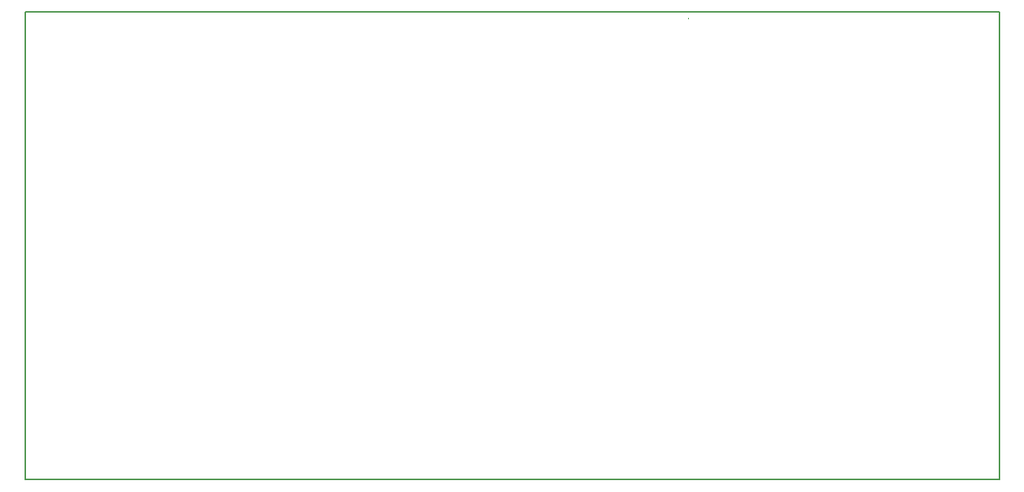
<source format=gbr>
%TF.GenerationSoftware,KiCad,Pcbnew,6.0.2+dfsg-1*%
%TF.CreationDate,2022-06-01T22:42:03-04:00*%
%TF.ProjectId,kim1-earthpeople,6b696d31-2d65-4617-9274-6870656f706c,rev?*%
%TF.SameCoordinates,Original*%
%TF.FileFunction,Profile,NP*%
%FSLAX46Y46*%
G04 Gerber Fmt 4.6, Leading zero omitted, Abs format (unit mm)*
G04 Created by KiCad (PCBNEW 6.0.2+dfsg-1) date 2022-06-01 22:42:03*
%MOMM*%
%LPD*%
G01*
G04 APERTURE LIST*
%TA.AperFunction,Profile*%
%ADD10C,0.150000*%
%TD*%
G04 APERTURE END LIST*
D10*
X195580001Y-69088000D02*
G75*
G03*
X195580001Y-69088000I-1J0D01*
G01*
X202438000Y-68326000D02*
X199898000Y-68326000D01*
X231000000Y-121666000D02*
X120000000Y-121666000D01*
X120000000Y-121666000D02*
X120000000Y-68326000D01*
X120000000Y-68326000D02*
X231000000Y-68326000D01*
X231000000Y-68326000D02*
X231000000Y-121666000D01*
M02*

</source>
